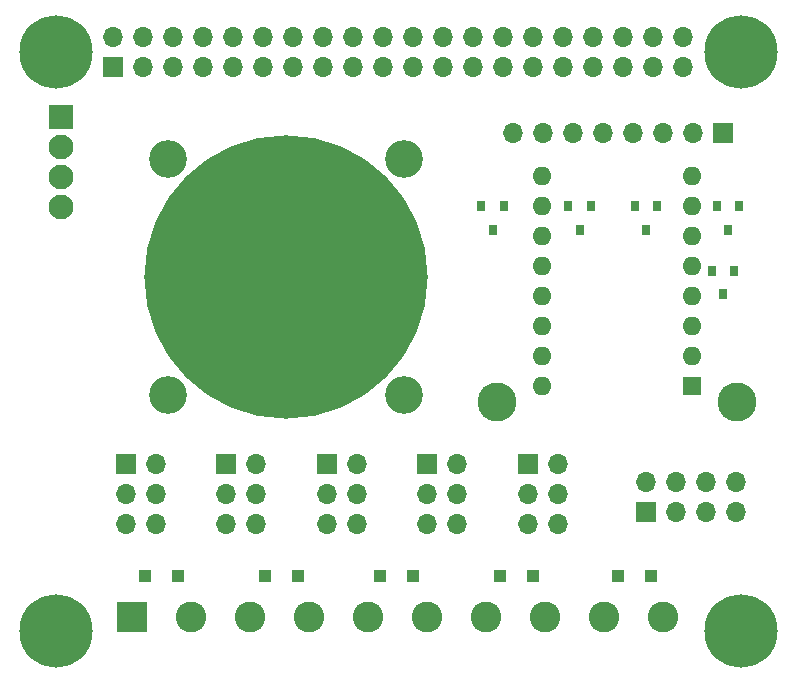
<source format=gbr>
%TF.GenerationSoftware,KiCad,Pcbnew,(5.1.9)-1*%
%TF.CreationDate,2021-03-07T19:12:45-05:00*%
%TF.ProjectId,bigp4ppa,62696770-3470-4706-912e-6b696361645f,rev?*%
%TF.SameCoordinates,Original*%
%TF.FileFunction,Soldermask,Bot*%
%TF.FilePolarity,Negative*%
%FSLAX46Y46*%
G04 Gerber Fmt 4.6, Leading zero omitted, Abs format (unit mm)*
G04 Created by KiCad (PCBNEW (5.1.9)-1) date 2021-03-07 19:12:45*
%MOMM*%
%LPD*%
G01*
G04 APERTURE LIST*
%ADD10C,2.600000*%
%ADD11R,2.600000X2.600000*%
%ADD12O,1.700000X1.700000*%
%ADD13R,1.700000X1.700000*%
%ADD14R,0.800000X0.900000*%
%ADD15O,1.600000X1.600000*%
%ADD16R,1.600000X1.600000*%
%ADD17R,1.100000X1.100000*%
%ADD18C,24.000000*%
%ADD19C,3.200000*%
%ADD20C,3.301600*%
%ADD21R,2.100000X2.100000*%
%ADD22C,2.100000*%
%ADD23C,6.200000*%
G04 APERTURE END LIST*
D10*
%TO.C,J4*%
X125462000Y-96350000D03*
X120462000Y-96350000D03*
X115462000Y-96350000D03*
X110462000Y-96350000D03*
X105462000Y-96350000D03*
X100462000Y-96350000D03*
X95462000Y-96350000D03*
X90462000Y-96350000D03*
X85462000Y-96350000D03*
D11*
X80462000Y-96350000D03*
%TD*%
D12*
%TO.C,J15*%
X131582000Y-84856000D03*
X131582000Y-87396000D03*
X129042000Y-84856000D03*
X129042000Y-87396000D03*
X126502000Y-84856000D03*
X126502000Y-87396000D03*
X123962000Y-84856000D03*
D13*
X123962000Y-87396000D03*
%TD*%
D14*
%TO.C,Q6*%
X130937000Y-63500000D03*
X131887000Y-61500000D03*
X129987000Y-61500000D03*
%TD*%
D15*
%TO.C,A1*%
X115189000Y-76708000D03*
X127889000Y-58928000D03*
X115189000Y-74168000D03*
X127889000Y-61468000D03*
X115189000Y-71628000D03*
X127889000Y-64008000D03*
X115189000Y-69088000D03*
X127889000Y-66548000D03*
X115189000Y-66548000D03*
X127889000Y-69088000D03*
X115189000Y-64008000D03*
X127889000Y-71628000D03*
X115189000Y-61468000D03*
X127889000Y-74168000D03*
X115189000Y-58928000D03*
D16*
X127889000Y-76708000D03*
%TD*%
D12*
%TO.C,J2*%
X127130000Y-47230000D03*
X127130000Y-49770000D03*
X124590000Y-47230000D03*
X124590000Y-49770000D03*
X122050000Y-47230000D03*
X122050000Y-49770000D03*
X119510000Y-47230000D03*
X119510000Y-49770000D03*
X116970000Y-47230000D03*
X116970000Y-49770000D03*
X114430000Y-47230000D03*
X114430000Y-49770000D03*
X111890000Y-47230000D03*
X111890000Y-49770000D03*
X109350000Y-47230000D03*
X109350000Y-49770000D03*
X106810000Y-47230000D03*
X106810000Y-49770000D03*
X104270000Y-47230000D03*
X104270000Y-49770000D03*
X101730000Y-47230000D03*
X101730000Y-49770000D03*
X99190000Y-47230000D03*
X99190000Y-49770000D03*
X96650000Y-47230000D03*
X96650000Y-49770000D03*
X94110000Y-47230000D03*
X94110000Y-49770000D03*
X91570000Y-47230000D03*
X91570000Y-49770000D03*
X89030000Y-47230000D03*
X89030000Y-49770000D03*
X86490000Y-47230000D03*
X86490000Y-49770000D03*
X83950000Y-47230000D03*
X83950000Y-49770000D03*
X81410000Y-47230000D03*
X81410000Y-49770000D03*
X78870000Y-47230000D03*
D13*
X78870000Y-49770000D03*
%TD*%
D17*
%TO.C,D5*%
X124400000Y-92850000D03*
X121600000Y-92850000D03*
%TD*%
%TO.C,D4*%
X114400000Y-92850000D03*
X111600000Y-92850000D03*
%TD*%
%TO.C,D3*%
X104300000Y-92850000D03*
X101500000Y-92850000D03*
%TD*%
%TO.C,D2*%
X94500000Y-92850000D03*
X91700000Y-92850000D03*
%TD*%
%TO.C,D1*%
X84400000Y-92850000D03*
X81600000Y-92850000D03*
%TD*%
D18*
%TO.C,25x25*%
X93500000Y-67500000D03*
D19*
X83500000Y-57500000D03*
X83500000Y-77500000D03*
X103500000Y-77500000D03*
X103500000Y-57500000D03*
%TD*%
D20*
%TO.C,U$19*%
X111338900Y-78076400D03*
%TD*%
%TO.C,U$18*%
X131658900Y-78076400D03*
%TD*%
D21*
%TO.C,J1*%
X74500000Y-54000000D03*
D22*
X74500000Y-56540000D03*
X74500000Y-59080000D03*
X74500000Y-61620000D03*
%TD*%
D14*
%TO.C,Q1*%
X129550000Y-67000000D03*
X131450000Y-67000000D03*
X130500000Y-69000000D03*
%TD*%
D12*
%TO.C,J14*%
X99502000Y-88430000D03*
X96962000Y-88430000D03*
X99502000Y-85890000D03*
X96962000Y-85890000D03*
X99502000Y-83350000D03*
D13*
X96962000Y-83350000D03*
%TD*%
D12*
%TO.C,J13*%
X91002000Y-88430000D03*
X88462000Y-88430000D03*
X91002000Y-85890000D03*
X88462000Y-85890000D03*
X91002000Y-83350000D03*
D13*
X88462000Y-83350000D03*
%TD*%
D12*
%TO.C,J12*%
X82502000Y-88430000D03*
X79962000Y-88430000D03*
X82502000Y-85890000D03*
X79962000Y-85890000D03*
X82502000Y-83350000D03*
D13*
X79962000Y-83350000D03*
%TD*%
D12*
%TO.C,J11*%
X108002000Y-88430000D03*
X105462000Y-88430000D03*
X108002000Y-85890000D03*
X105462000Y-85890000D03*
X108002000Y-83350000D03*
D13*
X105462000Y-83350000D03*
%TD*%
%TO.C,J8*%
X130500000Y-55350000D03*
D12*
X127960000Y-55350000D03*
X125420000Y-55350000D03*
X122880000Y-55350000D03*
X120340000Y-55350000D03*
X117800000Y-55350000D03*
X115260000Y-55350000D03*
X112720000Y-55350000D03*
%TD*%
D13*
%TO.C,J3*%
X113962000Y-83350000D03*
D12*
X116502000Y-83350000D03*
X113962000Y-85890000D03*
X116502000Y-85890000D03*
X113962000Y-88430000D03*
X116502000Y-88430000D03*
%TD*%
D14*
%TO.C,Q5*%
X118364000Y-63500000D03*
X119314000Y-61500000D03*
X117414000Y-61500000D03*
%TD*%
%TO.C,Q4*%
X124000000Y-63500000D03*
X124950000Y-61500000D03*
X123050000Y-61500000D03*
%TD*%
%TO.C,Q3*%
X111000000Y-63500000D03*
X111950000Y-61500000D03*
X110050000Y-61500000D03*
%TD*%
D23*
%TO.C,*%
X132000000Y-48500000D03*
%TD*%
%TO.C,*%
X132000000Y-97500000D03*
%TD*%
%TO.C,*%
X74000000Y-97500000D03*
%TD*%
%TO.C,*%
X74000000Y-48500000D03*
%TD*%
M02*

</source>
